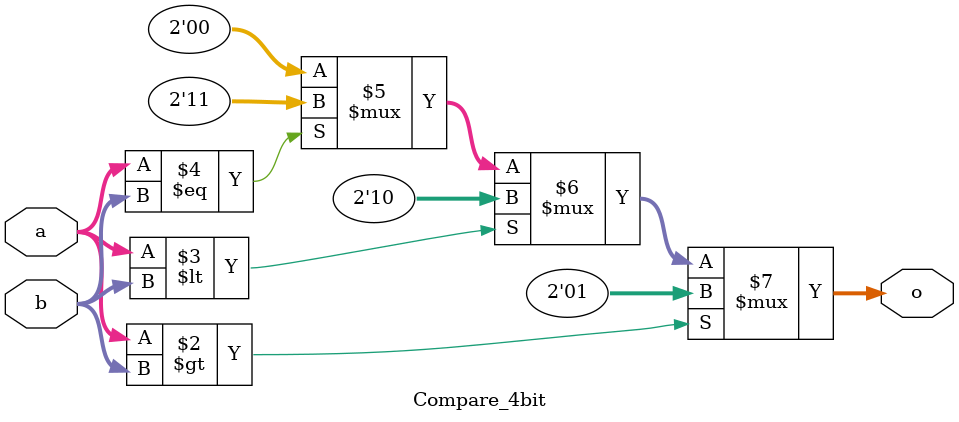
<source format=v>
module Compare_4bit(a,b,o);
  input [3:0] a,b;
  output reg [1:0] o;
  
  always @(*)
    o=(a>b)?2'b01:
      (a<b)?2'b10:
      (a==b)?2'b11:
       2'b00;
endmodule

</source>
